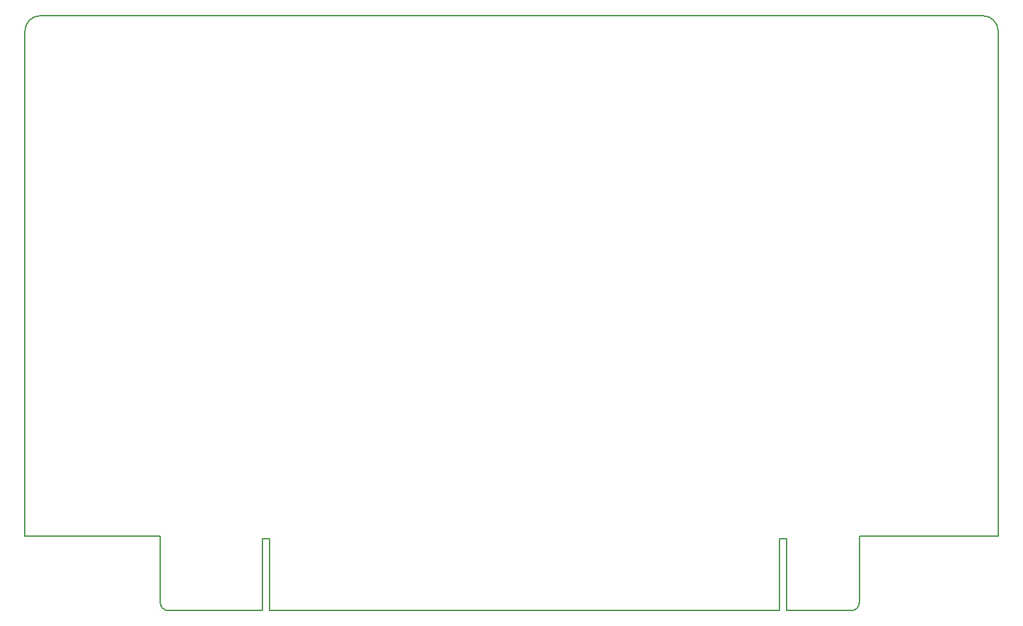
<source format=gbr>
G04 #@! TF.FileFunction,Profile,NP*
%FSLAX46Y46*%
G04 Gerber Fmt 4.6, Leading zero omitted, Abs format (unit mm)*
G04 Created by KiCad (PCBNEW 4.0.7) date 07/11/18 06:20:05*
%MOMM*%
%LPD*%
G01*
G04 APERTURE LIST*
%ADD10C,0.100000*%
%ADD11C,0.150000*%
G04 APERTURE END LIST*
D10*
D11*
X46000000Y-32214800D02*
G75*
G03X44000000Y-34214800I0J-2000000D01*
G01*
X170540000Y-34214800D02*
G75*
G03X168540000Y-32214800I-2000000J0D01*
G01*
X151476200Y-109529880D02*
G75*
G03X152476200Y-108529880I0J1000000D01*
G01*
X61607700Y-108529880D02*
G75*
G03X62607700Y-109529880I1000000J0D01*
G01*
X61607700Y-108529880D02*
X61607700Y-99885500D01*
X74874120Y-109529880D02*
X62607700Y-109529880D01*
X74874120Y-100218240D02*
X74874120Y-109529880D01*
X75834240Y-100218240D02*
X74874120Y-100218240D01*
X75834240Y-109529880D02*
X75834240Y-100218240D01*
X142067280Y-109529880D02*
X75834240Y-109529880D01*
X142067280Y-100218240D02*
X142067280Y-109529880D01*
X143057880Y-100218240D02*
X142067280Y-100218240D01*
X143057880Y-109529880D02*
X143057880Y-100218240D01*
X151476200Y-109529880D02*
X143057880Y-109529880D01*
X152476200Y-99885500D02*
X152476200Y-108529880D01*
X152476200Y-99885500D02*
X170540000Y-99885500D01*
X61607700Y-99885500D02*
X44000000Y-99885500D01*
X44000000Y-34214800D02*
X44000000Y-99885500D01*
X168540000Y-32214800D02*
X46000000Y-32214800D01*
X170540000Y-99885500D02*
X170540000Y-34214800D01*
M02*

</source>
